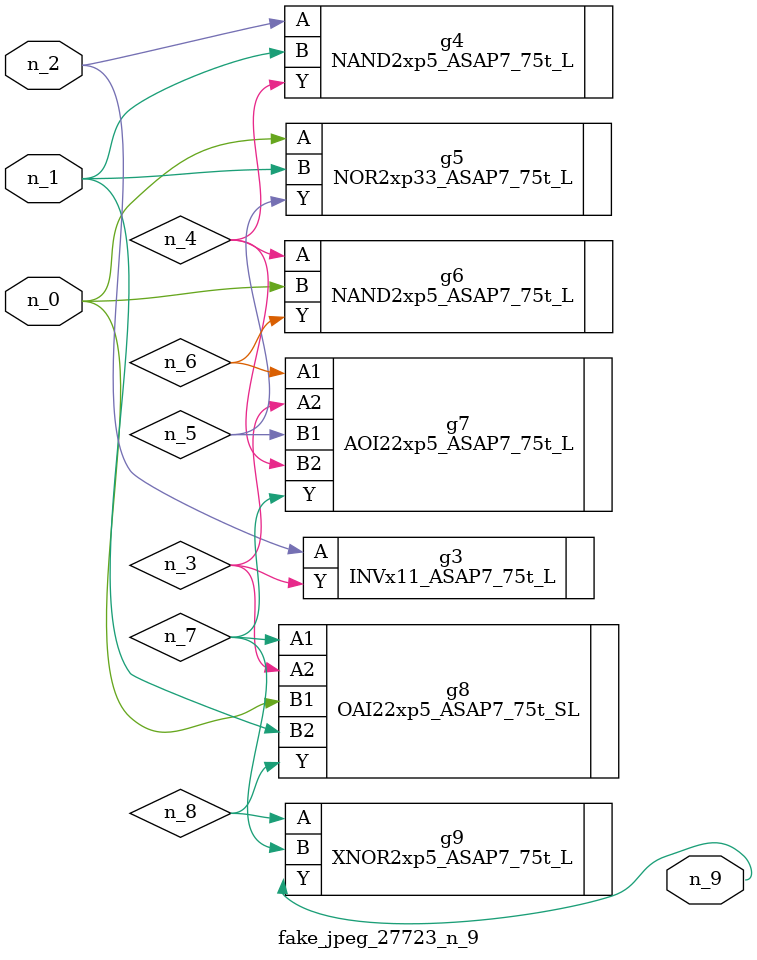
<source format=v>
module fake_jpeg_27723_n_9 (n_0, n_2, n_1, n_9);

input n_0;
input n_2;
input n_1;

output n_9;

wire n_3;
wire n_4;
wire n_8;
wire n_6;
wire n_5;
wire n_7;

INVx11_ASAP7_75t_L g3 ( 
.A(n_2),
.Y(n_3)
);

NAND2xp5_ASAP7_75t_L g4 ( 
.A(n_2),
.B(n_1),
.Y(n_4)
);

NOR2xp33_ASAP7_75t_L g5 ( 
.A(n_0),
.B(n_1),
.Y(n_5)
);

NAND2xp5_ASAP7_75t_L g6 ( 
.A(n_4),
.B(n_0),
.Y(n_6)
);

AOI22xp5_ASAP7_75t_L g7 ( 
.A1(n_6),
.A2(n_3),
.B1(n_5),
.B2(n_4),
.Y(n_7)
);

OAI22xp5_ASAP7_75t_SL g8 ( 
.A1(n_7),
.A2(n_3),
.B1(n_0),
.B2(n_1),
.Y(n_8)
);

XNOR2xp5_ASAP7_75t_L g9 ( 
.A(n_8),
.B(n_7),
.Y(n_9)
);


endmodule
</source>
